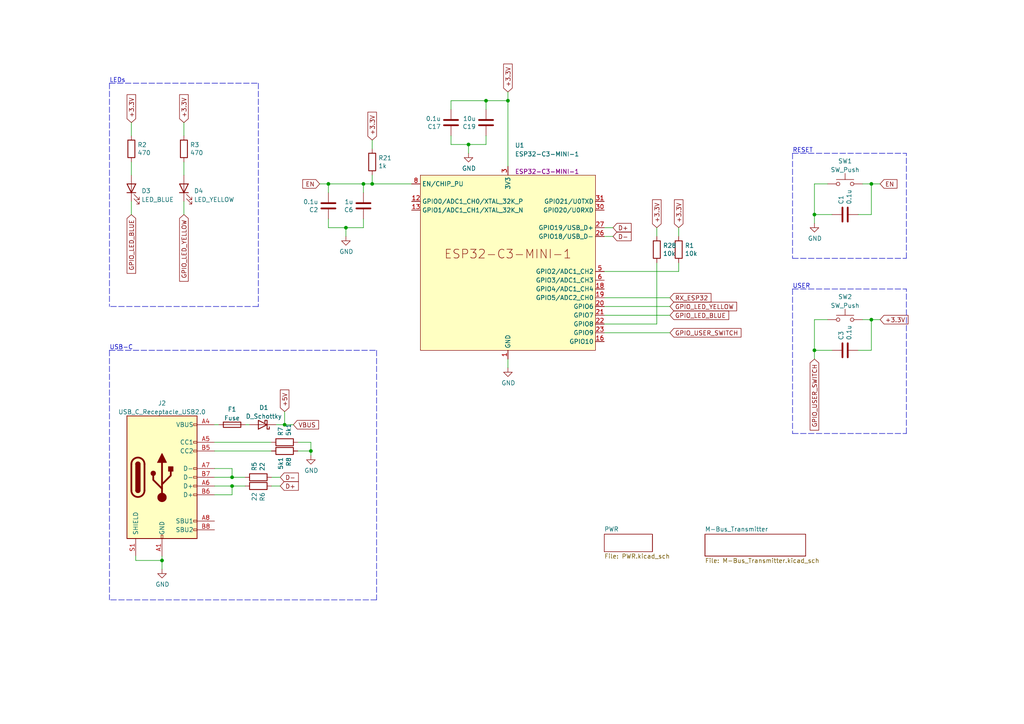
<source format=kicad_sch>
(kicad_sch (version 20211123) (generator eeschema)
  (paper "A4")
  (lib_symbols
    (symbol "Connector:USB_C_Receptacle_USB2.0" (pin_names (offset 1.016))
      (property "Reference" "J" (at -10.16 19.05 0))
      (property "Value" "USB_C_Receptacle_USB2.0" (at 19.05 19.05 0))
      (symbol "USB_C_Receptacle_USB2.0_0_0"
        (rectangle (start -0.254 -17.78) (end 0.254 -16.764))
        (rectangle (start 10.16 -14.986) (end 9.144 -15.494))
        (rectangle (start 10.16 -12.446) (end 9.144 -12.954))
        (rectangle (start 10.16 -4.826) (end 9.144 -5.334))
        (rectangle (start 10.16 -2.286) (end 9.144 -2.794))
        (rectangle (start 10.16 0.254) (end 9.144 -0.254))
        (rectangle (start 10.16 2.794) (end 9.144 2.286))
        (rectangle (start 10.16 7.874) (end 9.144 7.366))
        (rectangle (start 10.16 10.414) (end 9.144 9.906))
        (rectangle (start 10.16 15.494) (end 9.144 14.986))
      )
      (symbol "USB_C_Receptacle_USB2.0_0_1"
        (rectangle (start -10.16 17.78) (end 10.16 -17.78) (stroke (width 0.254)) (fill (type background)))
        (arc (start -8.89 -3.81) (mid -6.985 -5.715) (end -5.08 -3.81) (stroke (width 0.508)))
        (arc (start -7.62 -3.81) (mid -6.985 -4.445) (end -6.35 -3.81) (stroke (width 0.254)))
        (arc (start -7.62 -3.81) (mid -6.985 -4.445) (end -6.35 -3.81) (stroke (width 0.254)) (fill (type outline)))
        (rectangle (start -7.62 -3.81) (end -6.35 3.81) (stroke (width 0.254)) (fill (type outline)))
        (arc (start -6.35 3.81) (mid -6.985 4.445) (end -7.62 3.81) (stroke (width 0.254)))
        (arc (start -6.35 3.81) (mid -6.985 4.445) (end -7.62 3.81) (stroke (width 0.254)) (fill (type outline)))
        (arc (start -5.08 3.81) (mid -6.985 5.715) (end -8.89 3.81) (stroke (width 0.508)))
        (circle (center -2.54 1.143) (radius 0.635) (stroke (width 0.254)) (fill (type outline)))
        (circle (center 0 -5.842) (radius 1.27) (fill (type outline)))
        (polyline (pts (xy -8.89 -3.81) (xy -8.89 3.81)) (stroke (width 0.508)))
        (polyline (pts (xy -5.08 3.81) (xy -5.08 -3.81)) (stroke (width 0.508)))
        (polyline (pts (xy 0 -5.842) (xy 0 4.318)) (stroke (width 0.508)))
        (polyline (pts (xy 0 -3.302) (xy -2.54 -0.762) (xy -2.54 0.508)) (stroke (width 0.508)))
        (polyline (pts (xy 0 -2.032) (xy 2.54 0.508) (xy 2.54 1.778)) (stroke (width 0.508)))
        (polyline (pts (xy -1.27 4.318) (xy 0 6.858) (xy 1.27 4.318) (xy -1.27 4.318)) (stroke (width 0.254)) (fill (type outline)))
        (rectangle (start 1.905 1.778) (end 3.175 3.048) (stroke (width 0.254)) (fill (type outline)))
      )
      (symbol "USB_C_Receptacle_USB2.0_1_1"
        (pin passive line (at 0 -22.86 90) (length 5.08) (name "GND") (number "A1"))
        (pin passive line (at 0 -22.86 90) (length 5.08) hide (name "GND") (number "A12"))
        (pin passive line (at 15.24 15.24 180) (length 5.08) (name "VBUS") (number "A4"))
        (pin bidirectional line (at 15.24 10.16 180) (length 5.08) (name "CC1") (number "A5"))
        (pin bidirectional line (at 15.24 -2.54 180) (length 5.08) (name "D+") (number "A6"))
        (pin bidirectional line (at 15.24 2.54 180) (length 5.08) (name "D-") (number "A7"))
        (pin bidirectional line (at 15.24 -12.7 180) (length 5.08) (name "SBU1") (number "A8"))
        (pin passive line (at 15.24 15.24 180) (length 5.08) hide (name "VBUS") (number "A9"))
        (pin passive line (at 0 -22.86 90) (length 5.08) hide (name "GND") (number "B1"))
        (pin passive line (at 0 -22.86 90) (length 5.08) hide (name "GND") (number "B12"))
        (pin passive line (at 15.24 15.24 180) (length 5.08) hide (name "VBUS") (number "B4"))
        (pin bidirectional line (at 15.24 7.62 180) (length 5.08) (name "CC2") (number "B5"))
        (pin bidirectional line (at 15.24 -5.08 180) (length 5.08) (name "D+") (number "B6"))
        (pin bidirectional line (at 15.24 0 180) (length 5.08) (name "D-") (number "B7"))
        (pin bidirectional line (at 15.24 -15.24 180) (length 5.08) (name "SBU2") (number "B8"))
        (pin passive line (at 15.24 15.24 180) (length 5.08) hide (name "VBUS") (number "B9"))
        (pin passive line (at -7.62 -22.86 90) (length 5.08) (name "SHIELD") (number "S1"))
      )
    )
    (symbol "Device:C" (pin_numbers hide) (pin_names (offset 0.254))
      (property "Reference" "C" (at 0.635 2.54 0))
      (property "Value" "C" (at 0.635 -2.54 0))
      (symbol "C_0_1"
        (polyline (pts (xy -2.032 -0.762) (xy 2.032 -0.762)) (stroke (width 0.508)))
        (polyline (pts (xy -2.032 0.762) (xy 2.032 0.762)) (stroke (width 0.508)))
      )
      (symbol "C_1_1"
        (pin passive line (at 0 3.81 270) (length 2.794) (name "~") (number "1"))
        (pin passive line (at 0 -3.81 90) (length 2.794) (name "~") (number "2"))
      )
    )
    (symbol "Device:D_Schottky" (pin_numbers hide) (pin_names (offset 1.016) hide)
      (property "Reference" "D" (at 0 2.54 0))
      (property "Value" "D_Schottky" (at 0 -2.54 0))
      (symbol "D_Schottky_0_1"
        (polyline (pts (xy 1.27 0) (xy -1.27 0)))
        (polyline (pts (xy 1.27 1.27) (xy 1.27 -1.27) (xy -1.27 0) (xy 1.27 1.27)) (stroke (width 0.254)))
        (polyline (pts (xy -1.905 0.635) (xy -1.905 1.27) (xy -1.27 1.27) (xy -1.27 -1.27) (xy -0.635 -1.27) (xy -0.635 -0.635)) (stroke (width 0.254)))
      )
      (symbol "D_Schottky_1_1"
        (pin passive line (at -3.81 0 0) (length 2.54) (name "K") (number "1"))
        (pin passive line (at 3.81 0 180) (length 2.54) (name "A") (number "2"))
      )
    )
    (symbol "Device:Fuse" (pin_numbers hide) (pin_names (offset 0))
      (property "Reference" "F" (at 2.032 0 90))
      (property "Value" "Fuse" (at -1.905 0 90))
      (symbol "Fuse_0_1"
        (rectangle (start -0.762 -2.54) (end 0.762 2.54) (stroke (width 0.254)))
        (polyline (pts (xy 0 2.54) (xy 0 -2.54)))
      )
      (symbol "Fuse_1_1"
        (pin passive line (at 0 3.81 270) (length 1.27) (name "~") (number "1"))
        (pin passive line (at 0 -3.81 90) (length 1.27) (name "~") (number "2"))
      )
    )
    (symbol "Device:LED" (pin_numbers hide) (pin_names (offset 1.016) hide)
      (property "Reference" "D" (at 0 2.54 0))
      (property "Value" "LED" (at 0 -2.54 0))
      (symbol "LED_0_1"
        (polyline (pts (xy -1.27 -1.27) (xy -1.27 1.27)) (stroke (width 0.254)))
        (polyline (pts (xy -1.27 0) (xy 1.27 0)))
        (polyline (pts (xy 1.27 -1.27) (xy 1.27 1.27) (xy -1.27 0) (xy 1.27 -1.27)) (stroke (width 0.254)))
        (polyline (pts (xy -3.048 -0.762) (xy -4.572 -2.286) (xy -3.81 -2.286) (xy -4.572 -2.286) (xy -4.572 -1.524)))
        (polyline (pts (xy -1.778 -0.762) (xy -3.302 -2.286) (xy -2.54 -2.286) (xy -3.302 -2.286) (xy -3.302 -1.524)))
      )
      (symbol "LED_1_1"
        (pin passive line (at -3.81 0 0) (length 2.54) (name "K") (number "1"))
        (pin passive line (at 3.81 0 180) (length 2.54) (name "A") (number "2"))
      )
    )
    (symbol "Device:R" (pin_numbers hide) (pin_names (offset 0))
      (property "Reference" "R" (at 2.032 0 90))
      (property "Value" "R" (at 0 0 90))
      (symbol "R_0_1"
        (rectangle (start -1.016 -2.54) (end 1.016 2.54) (stroke (width 0.254)))
      )
      (symbol "R_1_1"
        (pin passive line (at 0 3.81 270) (length 1.27) (name "~") (number "1"))
        (pin passive line (at 0 -3.81 90) (length 1.27) (name "~") (number "2"))
      )
    )
    (symbol "Espressif:ESP32-C3-MINI-1"
      (property "Value" "ESP32-C3-MINI-1" (at 0 0 0))
      (property "Reference_1" "U" (at -25.4 30.48 0))
      (property "Value_1" "ESP32-C3-MINI-1" (at -25.4 27.94 0))
      (symbol "ESP32-C3-MINI-1_0_0"
        (text "ESP32-C3-MINI-1" (at 0 2.54 0) (effects (font (size 2.54 2.54))))
      )
      (symbol "ESP32-C3-MINI-1_0_1"
        (rectangle (start -25.4 25.4) (end 25.4 -25.4) (fill (type background)))
      )
      (symbol "ESP32-C3-MINI-1_1_1"
        (pin power_in line (at 0 -27.94 90) (length 2.54) (name "GND") (number "1"))
        (pin no_connect line (at -25.4 2.54 0) (length 2.54) hide (name "NC") (number "10"))
        (pin passive line (at 0 -27.94 90) (length 2.54) hide (name "GND") (number "11"))
        (pin bidirectional line (at -27.94 17.78 0) (length 2.54) (name "GPIO0/ADC1_CH0/XTAL_32K_P") (number "12"))
        (pin bidirectional line (at -27.94 15.24 0) (length 2.54) (name "GPIO1/ADC1_CH1/XTAL_32K_N") (number "13"))
        (pin passive line (at 0 -27.94 90) (length 2.54) hide (name "GND") (number "14"))
        (pin no_connect line (at -25.4 0 0) (length 2.54) hide (name "NC") (number "15"))
        (pin bidirectional line (at 27.94 -22.86 180) (length 2.54) (name "GPIO10") (number "16"))
        (pin no_connect line (at -25.4 -2.54 0) (length 2.54) hide (name "NC") (number "17"))
        (pin bidirectional line (at 27.94 -7.62 180) (length 2.54) (name "GPIO4/ADC1_CH4") (number "18"))
        (pin bidirectional line (at 27.94 -10.16 180) (length 2.54) (name "GPIO5/ADC2_CH0") (number "19"))
        (pin passive line (at 0 -27.94 90) (length 2.54) hide (name "GND") (number "2"))
        (pin bidirectional line (at 27.94 -12.7 180) (length 2.54) (name "GPIO6") (number "20"))
        (pin bidirectional line (at 27.94 -15.24 180) (length 2.54) (name "GPIO7") (number "21"))
        (pin bidirectional line (at 27.94 -17.78 180) (length 2.54) (name "GPIO8") (number "22"))
        (pin bidirectional line (at 27.94 -20.32 180) (length 2.54) (name "GPIO9") (number "23"))
        (pin no_connect line (at -25.4 -5.08 0) (length 2.54) hide (name "NC") (number "24"))
        (pin no_connect line (at -25.4 -7.62 0) (length 2.54) hide (name "NC") (number "25"))
        (pin bidirectional line (at 27.94 7.62 180) (length 2.54) (name "GPIO18/USB_D-") (number "26"))
        (pin bidirectional line (at 27.94 10.16 180) (length 2.54) (name "GPIO19/USB_D+") (number "27"))
        (pin no_connect line (at -25.4 -10.16 0) (length 2.54) hide (name "NC") (number "28"))
        (pin no_connect line (at -25.4 -12.7 0) (length 2.54) hide (name "NC") (number "29"))
        (pin power_in line (at 0 27.94 270) (length 2.54) (name "3V3") (number "3"))
        (pin bidirectional line (at 27.94 15.24 180) (length 2.54) (name "GPIO20/U0RXD") (number "30"))
        (pin bidirectional line (at 27.94 17.78 180) (length 2.54) (name "GPIO21/U0TXD") (number "31"))
        (pin no_connect line (at -25.4 -15.24 0) (length 2.54) hide (name "NC") (number "32"))
        (pin no_connect line (at -25.4 -17.78 0) (length 2.54) hide (name "NC") (number "33"))
        (pin no_connect line (at -25.4 -20.32 0) (length 2.54) hide (name "NC") (number "34"))
        (pin no_connect line (at -25.4 -22.86 0) (length 2.54) hide (name "NC") (number "35"))
        (pin passive line (at 0 -27.94 90) (length 2.54) hide (name "GND") (number "36"))
        (pin passive line (at 0 -27.94 90) (length 2.54) hide (name "GND") (number "37"))
        (pin passive line (at 0 -27.94 90) (length 2.54) hide (name "GND") (number "38"))
        (pin passive line (at 0 -27.94 90) (length 2.54) hide (name "GND") (number "39"))
        (pin no_connect line (at -25.4 10.16 0) (length 2.54) hide (name "NC") (number "4"))
        (pin passive line (at 0 -27.94 90) (length 2.54) hide (name "GND") (number "40"))
        (pin passive line (at 0 -27.94 90) (length 2.54) hide (name "GND") (number "41"))
        (pin passive line (at 0 -27.94 90) (length 2.54) hide (name "GND") (number "42"))
        (pin passive line (at 0 -27.94 90) (length 2.54) hide (name "GND") (number "43"))
        (pin passive line (at 0 -27.94 90) (length 2.54) hide (name "GND") (number "44"))
        (pin passive line (at 0 -27.94 90) (length 2.54) hide (name "GND") (number "45"))
        (pin passive line (at 0 -27.94 90) (length 2.54) hide (name "GND") (number "46"))
        (pin passive line (at 0 -27.94 90) (length 2.54) hide (name "GND") (number "47"))
        (pin passive line (at 0 -27.94 90) (length 2.54) hide (name "GND") (number "48"))
        (pin passive line (at 0 -27.94 90) (length 2.54) hide (name "GND") (number "49"))
        (pin bidirectional line (at 27.94 -2.54 180) (length 2.54) (name "GPIO2/ADC1_CH2") (number "5"))
        (pin passive line (at 0 -27.94 90) (length 2.54) hide (name "GND") (number "50"))
        (pin passive line (at 0 -27.94 90) (length 2.54) hide (name "GND") (number "51"))
        (pin passive line (at 0 -27.94 90) (length 2.54) hide (name "GND") (number "52"))
        (pin passive line (at 0 -27.94 90) (length 2.54) hide (name "GND") (number "53"))
        (pin bidirectional line (at 27.94 -5.08 180) (length 2.54) (name "GPIO3/ADC1_CH3") (number "6"))
        (pin no_connect line (at -25.4 7.62 0) (length 2.54) hide (name "NC") (number "7"))
        (pin input line (at -27.94 22.86 0) (length 2.54) (name "EN/CHIP_PU") (number "8"))
        (pin no_connect line (at -25.4 5.08 0) (length 2.54) hide (name "NC") (number "9"))
      )
    )
    (symbol "Switch:SW_Push" (pin_numbers hide) (pin_names (offset 1.016) hide)
      (property "Reference" "SW" (at 1.27 2.54 0))
      (property "Value" "SW_Push" (at 0 -1.524 0))
      (symbol "SW_Push_0_1"
        (circle (center -2.032 0) (radius 0.508))
        (polyline (pts (xy 0 1.27) (xy 0 3.048)))
        (polyline (pts (xy 2.54 1.27) (xy -2.54 1.27)))
        (circle (center 2.032 0) (radius 0.508))
        (pin passive line (at -5.08 0 0) (length 2.54) (name "1") (number "1"))
        (pin passive line (at 5.08 0 180) (length 2.54) (name "2") (number "2"))
      )
    )
    (symbol "power:GND" (power) (pin_names (offset 0))
      (property "Value" "GND" (at 0 -3.81 0))
      (symbol "GND_0_1"
        (polyline (pts (xy 0 0) (xy 0 -1.27) (xy 1.27 -1.27) (xy 0 -2.54) (xy -1.27 -1.27) (xy 0 -1.27)))
      )
      (symbol "GND_1_1"
        (pin power_in line (at 0 0 270) (length 0) hide (name "GND") (number "1"))
      )
    )
  )
  (junction (at 147.32 29.21))
  (junction (at 67.31 138.43))
  (junction (at 90.17 130.81))
  (junction (at 82.55 123.19))
  (junction (at 236.22 101.6))
  (junction (at 95.25 53.34))
  (junction (at 46.99 162.56))
  (junction (at 107.95 53.34))
  (junction (at 100.33 66.04))
  (junction (at 252.73 53.34))
  (junction (at 140.97 29.21))
  (junction (at 252.73 92.71))
  (junction (at 67.31 140.97))
  (junction (at 105.41 53.34))
  (junction (at 135.89 41.91))
  (junction (at 236.22 62.23))
  (wire (pts (xy 71.12 123.19) (xy 72.39 123.19)))
  (wire (pts (xy 95.25 53.34) (xy 105.41 53.34)))
  (wire (pts (xy 90.17 130.81) (xy 90.17 128.27)))
  (wire (pts (xy 95.25 53.34) (xy 95.25 55.88)))
  (wire (pts (xy 147.32 26.67) (xy 147.32 29.21)))
  (wire (pts (xy 236.22 62.23) (xy 241.3 62.23)))
  (polyline (pts (xy 229.87 125.73) (xy 262.89 125.73)))
  (wire (pts (xy 196.85 76.2) (xy 196.85 78.74)))
  (polyline (pts (xy 31.75 24.13) (xy 74.93 24.13)))
  (wire (pts (xy 67.31 138.43) (xy 71.12 138.43)))
  (wire (pts (xy 90.17 128.27) (xy 86.36 128.27)))
  (wire (pts (xy 175.26 78.74) (xy 196.85 78.74)))
  (polyline (pts (xy 109.22 101.6) (xy 109.22 173.99)))
  (wire (pts (xy 62.23 140.97) (xy 67.31 140.97)))
  (wire (pts (xy 62.23 128.27) (xy 78.74 128.27)))
  (wire (pts (xy 95.25 63.5) (xy 95.25 66.04)))
  (wire (pts (xy 236.22 101.6) (xy 236.22 104.14)))
  (wire (pts (xy 80.01 123.19) (xy 82.55 123.19)))
  (wire (pts (xy 107.95 50.8) (xy 107.95 53.34)))
  (wire (pts (xy 190.5 76.2) (xy 190.5 93.98)))
  (wire (pts (xy 67.31 143.51) (xy 62.23 143.51)))
  (wire (pts (xy 92.71 53.34) (xy 95.25 53.34)))
  (wire (pts (xy 46.99 162.56) (xy 46.99 165.1)))
  (wire (pts (xy 38.1 46.99) (xy 38.1 50.8)))
  (polyline (pts (xy 262.89 125.73) (xy 262.89 83.82)))
  (wire (pts (xy 78.74 138.43) (xy 81.28 138.43)))
  (wire (pts (xy 236.22 101.6) (xy 241.3 101.6)))
  (wire (pts (xy 175.26 66.04) (xy 177.8 66.04)))
  (wire (pts (xy 46.99 162.56) (xy 39.37 162.56)))
  (wire (pts (xy 236.22 62.23) (xy 236.22 64.77)))
  (wire (pts (xy 67.31 135.89) (xy 62.23 135.89)))
  (wire (pts (xy 67.31 140.97) (xy 71.12 140.97)))
  (wire (pts (xy 130.81 41.91) (xy 135.89 41.91)))
  (wire (pts (xy 175.26 96.52) (xy 194.31 96.52)))
  (wire (pts (xy 78.74 140.97) (xy 81.28 140.97)))
  (wire (pts (xy 90.17 130.81) (xy 90.17 132.08)))
  (wire (pts (xy 100.33 66.04) (xy 100.33 68.58)))
  (wire (pts (xy 130.81 31.75) (xy 130.81 29.21)))
  (wire (pts (xy 236.22 53.34) (xy 236.22 62.23)))
  (polyline (pts (xy 31.75 101.6) (xy 31.75 173.99)))
  (wire (pts (xy 105.41 66.04) (xy 100.33 66.04)))
  (wire (pts (xy 67.31 138.43) (xy 67.31 135.89)))
  (polyline (pts (xy 229.87 83.82) (xy 229.87 125.73)))
  (wire (pts (xy 95.25 66.04) (xy 100.33 66.04)))
  (wire (pts (xy 252.73 101.6) (xy 252.73 92.71)))
  (wire (pts (xy 240.03 53.34) (xy 236.22 53.34)))
  (wire (pts (xy 130.81 29.21) (xy 140.97 29.21)))
  (wire (pts (xy 175.26 88.9) (xy 194.31 88.9)))
  (polyline (pts (xy 229.87 44.45) (xy 262.89 44.45)))
  (polyline (pts (xy 31.75 24.13) (xy 31.75 88.9)))
  (wire (pts (xy 147.32 104.14) (xy 147.32 106.68)))
  (wire (pts (xy 250.19 92.71) (xy 252.73 92.71)))
  (wire (pts (xy 175.26 91.44) (xy 194.31 91.44)))
  (wire (pts (xy 140.97 31.75) (xy 140.97 29.21)))
  (wire (pts (xy 190.5 66.04) (xy 190.5 68.58)))
  (wire (pts (xy 105.41 63.5) (xy 105.41 66.04)))
  (wire (pts (xy 248.92 101.6) (xy 252.73 101.6)))
  (wire (pts (xy 135.89 41.91) (xy 135.89 44.45)))
  (wire (pts (xy 147.32 29.21) (xy 147.32 48.26)))
  (wire (pts (xy 252.73 62.23) (xy 252.73 53.34)))
  (wire (pts (xy 62.23 130.81) (xy 78.74 130.81)))
  (wire (pts (xy 240.03 92.71) (xy 236.22 92.71)))
  (wire (pts (xy 53.34 35.56) (xy 53.34 39.37)))
  (polyline (pts (xy 229.87 74.93) (xy 262.89 74.93)))
  (wire (pts (xy 107.95 53.34) (xy 119.38 53.34)))
  (wire (pts (xy 140.97 29.21) (xy 147.32 29.21)))
  (wire (pts (xy 82.55 119.38) (xy 82.55 123.19)))
  (wire (pts (xy 252.73 53.34) (xy 255.27 53.34)))
  (wire (pts (xy 248.92 62.23) (xy 252.73 62.23)))
  (polyline (pts (xy 262.89 74.93) (xy 262.89 44.45)))
  (wire (pts (xy 190.5 93.98) (xy 175.26 93.98)))
  (wire (pts (xy 236.22 92.71) (xy 236.22 101.6)))
  (wire (pts (xy 82.55 123.19) (xy 85.09 123.19)))
  (wire (pts (xy 250.19 53.34) (xy 252.73 53.34)))
  (wire (pts (xy 140.97 39.37) (xy 140.97 41.91)))
  (polyline (pts (xy 229.87 44.45) (xy 229.87 74.93)))
  (wire (pts (xy 53.34 58.42) (xy 53.34 62.23)))
  (wire (pts (xy 130.81 39.37) (xy 130.81 41.91)))
  (wire (pts (xy 105.41 53.34) (xy 105.41 55.88)))
  (wire (pts (xy 67.31 140.97) (xy 67.31 143.51)))
  (polyline (pts (xy 74.93 24.13) (xy 74.93 88.9)))
  (wire (pts (xy 62.23 123.19) (xy 63.5 123.19)))
  (wire (pts (xy 196.85 66.04) (xy 196.85 68.58)))
  (wire (pts (xy 38.1 58.42) (xy 38.1 62.23)))
  (wire (pts (xy 140.97 41.91) (xy 135.89 41.91)))
  (polyline (pts (xy 74.93 88.9) (xy 31.75 88.9)))
  (wire (pts (xy 175.26 68.58) (xy 177.8 68.58)))
  (wire (pts (xy 175.26 86.36) (xy 194.31 86.36)))
  (wire (pts (xy 39.37 162.56) (xy 39.37 161.29)))
  (wire (pts (xy 252.73 92.71) (xy 255.27 92.71)))
  (wire (pts (xy 107.95 40.64) (xy 107.95 43.18)))
  (wire (pts (xy 46.99 161.29) (xy 46.99 162.56)))
  (polyline (pts (xy 109.22 173.99) (xy 31.75 173.99)))
  (wire (pts (xy 86.36 130.81) (xy 90.17 130.81)))
  (wire (pts (xy 62.23 138.43) (xy 67.31 138.43)))
  (wire (pts (xy 105.41 53.34) (xy 107.95 53.34)))
  (wire (pts (xy 53.34 46.99) (xy 53.34 50.8)))
  (polyline (pts (xy 229.87 83.82) (xy 262.89 83.82)))
  (polyline (pts (xy 31.75 101.6) (xy 109.22 101.6)))
  (wire (pts (xy 38.1 35.56) (xy 38.1 39.37)))
  (text "USB-C" (at 31.75 101.6 0) (effects (font (size 1.27 1.27)) (justify left bottom)))
  (text "LEDs" (at 31.75 24.13 0) (effects (font (size 1.27 1.27)) (justify left bottom)))
  (text "USER" (at 229.87 83.82 0) (effects (font (size 1.27 1.27)) (justify left bottom)))
  (text "RESET" (at 229.87 44.45 0) (effects (font (size 1.27 1.27)) (justify left bottom)))
  (global_label "+3.3V" (shape input) (at 190.5 66.04 90) (property "Intersheet References" "${INTERSHEET_REFS}" (effects hide)))
  (global_label "+5V" (shape input) (at 82.55 119.38 90) (property "Intersheet References" "${INTERSHEET_REFS}" (effects hide)))
  (global_label "GPIO_USER_SWITCH" (shape input) (at 194.31 96.52 0) (property "Intersheet References" "${INTERSHEET_REFS}" (effects hide)))
  (global_label "D+" (shape input) (at 81.28 140.97 0) (property "Intersheet References" "${INTERSHEET_REFS}" (effects hide)))
  (global_label "GPIO_LED_YELLOW" (shape input) (at 53.34 62.23 270) (property "Intersheet References" "${INTERSHEET_REFS}" (effects hide)))
  (global_label "GPIO_LED_BLUE" (shape input) (at 194.31 91.44 0) (property "Intersheet References" "${INTERSHEET_REFS}" (effects hide)))
  (global_label "+3.3V" (shape input) (at 196.85 66.04 90) (property "Intersheet References" "${INTERSHEET_REFS}" (effects hide)))
  (global_label "D-" (shape input) (at 81.28 138.43 0) (property "Intersheet References" "${INTERSHEET_REFS}" (effects hide)))
  (global_label "+3.3V" (shape input) (at 107.95 40.64 90) (property "Intersheet References" "${INTERSHEET_REFS}" (effects hide)))
  (global_label "+3.3V" (shape input) (at 53.34 35.56 90) (property "Intersheet References" "${INTERSHEET_REFS}" (effects hide)))
  (global_label "GPIO_USER_SWITCH" (shape input) (at 236.22 104.14 270) (property "Intersheet References" "${INTERSHEET_REFS}" (effects hide)))
  (global_label "RX_ESP32" (shape input) (at 194.31 86.36 0) (property "Intersheet References" "${INTERSHEET_REFS}" (effects hide)))
  (global_label "+3.3V" (shape input) (at 147.32 26.67 90) (property "Intersheet References" "${INTERSHEET_REFS}" (effects hide)))
  (global_label "GPIO_LED_YELLOW" (shape input) (at 194.31 88.9 0) (property "Intersheet References" "${INTERSHEET_REFS}" (effects hide)))
  (global_label "VBUS" (shape input) (at 85.09 123.19 0) (property "Intersheet References" "${INTERSHEET_REFS}" (effects hide)))
  (global_label "EN" (shape input) (at 92.71 53.34 180) (property "Intersheet References" "${INTERSHEET_REFS}" (effects hide)))
  (global_label "D-" (shape input) (at 177.8 68.58 0) (property "Intersheet References" "${INTERSHEET_REFS}" (effects hide)))
  (global_label "EN" (shape input) (at 255.27 53.34 0) (property "Intersheet References" "${INTERSHEET_REFS}" (effects hide)))
  (global_label "+3.3V" (shape input) (at 255.27 92.71 0) (property "Intersheet References" "${INTERSHEET_REFS}" (effects hide)))
  (global_label "GPIO_LED_BLUE" (shape input) (at 38.1 62.23 270) (property "Intersheet References" "${INTERSHEET_REFS}" (effects hide)))
  (global_label "+3.3V" (shape input) (at 38.1 35.56 90) (property "Intersheet References" "${INTERSHEET_REFS}" (effects hide)))
  (global_label "D+" (shape input) (at 177.8 66.04 0) (property "Intersheet References" "${INTERSHEET_REFS}" (effects hide)))
  (symbol (lib_id "power:GND") (at 147.32 106.68 0) (unit 1)
    (property "Reference" "#PWR0102" (effects hide))
    (property "Value" "GND" (at 147.447 111.0742 0))
  )
  (symbol (lib_id "power:GND") (at 236.22 64.77 0) (unit 1)
    (property "Reference" "#PWR0104" (effects hide))
    (property "Value" "GND" (at 236.347 69.1642 0))
  )
  (symbol (lib_id "Device:D_Schottky") (at 76.2 123.19 180) (unit 1)
    (property "Reference" "D1" (at 76.5175 118.2202 0))
    (property "Value" "D_Schottky" (at 76.5175 120.7571 0))
    (property "Footprint" "Diode_SMD:D_TUMD2" (effects hide))
  )
  (symbol (lib_id "Device:C") (at 245.11 101.6 90) (unit 1)
    (property "Reference" "C3" (at 243.9416 98.679 0) (effects (justify left)))
    (property "Value" "0.1u" (at 246.253 98.679 0) (effects (justify left)))
    (property "Footprint" "Capacitor_SMD:C_0805_2012Metric" (effects hide))
  )
  (symbol (lib_id "Device:R") (at 38.1 43.18 0) (unit 1)
    (property "Reference" "R2" (at 39.878 42.0116 0) (effects (justify left)))
    (property "Value" "470" (at 39.878 44.323 0) (effects (justify left)))
    (property "Footprint" "Resistor_SMD:R_0805_2012Metric" (effects hide))
  )
  (symbol (lib_id "Device:Fuse") (at 67.31 123.19 90) (unit 1)
    (property "Reference" "F1" (at 67.31 118.7282 90))
    (property "Value" "Fuse" (at 67.31 121.2651 90))
    (property "Footprint" "Fuse:Fuse_1812_4532Metric" (effects hide))
  )
  (symbol (lib_id "Connector:USB_C_Receptacle_USB2.0") (at 46.99 138.43 0) (unit 1)
    (property "Reference" "J2" (at 46.99 116.9502 0))
    (property "Value" "USB_C_Receptacle_USB2.0" (at 46.99 119.4871 0))
    (property "Footprint" "Connector_USB:USB_C_Receptacle_HRO_TYPE-C-31-M-12" (effects hide))
    (property "Datasheet" "https://www.usb.org/sites/default/files/documents/usb_type-c.zip" (effects hide))
  )
  (symbol (lib_id "Espressif:ESP32-C3-MINI-1") (at 147.32 76.2 0) (unit 1)
    (property "Reference" "U1" (at 149.3394 42.1534 0) (effects (justify left)))
    (property "Value" "ESP32-C3-MINI-1" (at 149.3394 44.6903 0) (effects (justify left)))
    (property "Footprint" "Espressif:ESP32-C3-MINI-1" (effects hide))
    (property "Value_1" "ESP32-C3-MINI-1" (at 149.3394 49.7641 0) (effects (justify left)))
    (property "Footprint_1" "Espressif:ESP32-C3-MINI-1" (effects hide))
    (property "Datasheet_1" "https://www.espressif.com/sites/default/files/documentation/esp32-c3-mini-1_datasheet_en.pdf" (effects hide))
  )
  (symbol (lib_id "Device:C") (at 140.97 35.56 180) (unit 1)
    (property "Reference" "C19" (at 138.049 36.7284 0) (effects (justify left)))
    (property "Value" "10u" (at 138.049 34.417 0) (effects (justify left)))
    (property "Footprint" "Capacitor_SMD:C_0805_2012Metric" (effects hide))
  )
  (symbol (lib_id "Device:C") (at 130.81 35.56 180) (unit 1)
    (property "Reference" "C17" (at 127.889 36.7284 0) (effects (justify left)))
    (property "Value" "0.1u" (at 127.889 34.417 0) (effects (justify left)))
    (property "Footprint" "Capacitor_SMD:C_0805_2012Metric" (effects hide))
  )
  (symbol (lib_id "Device:LED") (at 38.1 54.61 90) (unit 1)
    (property "Reference" "D3" (at 41.021 55.3628 90) (effects (justify right)))
    (property "Value" "LED_BLUE" (at 41.021 57.8997 90) (effects (justify right)))
    (property "Footprint" "LED_SMD:LED_1206_3216Metric" (effects hide))
  )
  (symbol (lib_id "Device:R") (at 82.55 128.27 90) (unit 1)
    (property "Reference" "R7" (at 81.3816 126.492 0) (effects (justify left)))
    (property "Value" "5k1" (at 83.693 126.492 0) (effects (justify left)))
    (property "Footprint" "Resistor_SMD:R_0805_2012Metric" (effects hide))
  )
  (symbol (lib_id "Device:R") (at 53.34 43.18 0) (unit 1)
    (property "Reference" "R3" (at 55.118 42.0116 0) (effects (justify left)))
    (property "Value" "470" (at 55.118 44.323 0) (effects (justify left)))
    (property "Footprint" "Resistor_SMD:R_0805_2012Metric" (effects hide))
  )
  (symbol (lib_id "Device:LED") (at 53.34 54.61 90) (unit 1)
    (property "Reference" "D4" (at 56.261 55.3628 90) (effects (justify right)))
    (property "Value" "LED_YELLOW" (at 56.261 57.8997 90) (effects (justify right)))
    (property "Footprint" "LED_SMD:LED_1206_3216Metric" (effects hide))
  )
  (symbol (lib_id "Device:R") (at 74.93 140.97 270) (unit 1)
    (property "Reference" "R6" (at 76.0984 142.748 0) (effects (justify left)))
    (property "Value" "22" (at 73.787 142.748 0) (effects (justify left)))
    (property "Footprint" "Resistor_SMD:R_0805_2012Metric" (effects hide))
  )
  (symbol (lib_id "Device:R") (at 196.85 72.39 0) (unit 1)
    (property "Reference" "R1" (at 198.628 71.2216 0) (effects (justify left)))
    (property "Value" "10k" (at 198.628 73.533 0) (effects (justify left)))
    (property "Footprint" "Resistor_SMD:R_0805_2012Metric" (effects hide))
  )
  (symbol (lib_id "Device:R") (at 82.55 130.81 270) (unit 1)
    (property "Reference" "R8" (at 83.7184 132.588 0) (effects (justify left)))
    (property "Value" "5k1" (at 81.407 132.588 0) (effects (justify left)))
    (property "Footprint" "Resistor_SMD:R_0805_2012Metric" (effects hide))
  )
  (symbol (lib_id "power:GND") (at 46.99 165.1 0) (unit 1)
    (property "Reference" "#PWR011" (effects hide))
    (property "Value" "GND" (at 47.117 169.4942 0))
  )
  (symbol (lib_id "Switch:SW_Push") (at 245.11 53.34 0) (unit 1)
    (property "Reference" "SW1" (at 245.11 46.7192 0))
    (property "Value" "SW_Push" (at 245.11 49.2561 0))
    (property "Footprint" "Button_Switch_SMD:SW_Push_1P1T_NO_6x6mm_H9.5mm" (effects hide))
  )
  (symbol (lib_id "Switch:SW_Push") (at 245.11 92.71 0) (unit 1)
    (property "Reference" "SW2" (at 245.11 86.0892 0))
    (property "Value" "SW_Push" (at 245.11 88.6261 0))
    (property "Footprint" "Button_Switch_SMD:SW_Push_1P1T_NO_6x6mm_H9.5mm" (effects hide))
  )
  (symbol (lib_id "Device:C") (at 95.25 59.69 180) (unit 1)
    (property "Reference" "C2" (at 92.329 60.8584 0) (effects (justify left)))
    (property "Value" "0.1u" (at 92.329 58.547 0) (effects (justify left)))
    (property "Footprint" "Capacitor_SMD:C_0805_2012Metric" (effects hide))
  )
  (symbol (lib_id "power:GND") (at 100.33 68.58 0) (unit 1)
    (property "Reference" "#PWR013" (effects hide))
    (property "Value" "GND" (at 100.457 72.9742 0))
  )
  (symbol (lib_id "Device:R") (at 74.93 138.43 90) (unit 1)
    (property "Reference" "R5" (at 73.7616 136.652 0) (effects (justify left)))
    (property "Value" "22" (at 76.073 136.652 0) (effects (justify left)))
    (property "Footprint" "Resistor_SMD:R_0805_2012Metric" (effects hide))
  )
  (symbol (lib_id "Device:R") (at 107.95 46.99 0) (unit 1)
    (property "Reference" "R21" (at 109.728 45.8216 0) (effects (justify left)))
    (property "Value" "1k" (at 109.728 48.133 0) (effects (justify left)))
    (property "Footprint" "Resistor_SMD:R_0805_2012Metric" (effects hide))
  )
  (symbol (lib_id "Device:R") (at 190.5 72.39 0) (unit 1)
    (property "Reference" "R28" (at 192.278 71.2216 0) (effects (justify left)))
    (property "Value" "10k" (at 192.278 73.533 0) (effects (justify left)))
    (property "Footprint" "Resistor_SMD:R_0805_2012Metric" (effects hide))
  )
  (symbol (lib_id "Device:C") (at 245.11 62.23 90) (unit 1)
    (property "Reference" "C1" (at 243.9416 59.309 0) (effects (justify left)))
    (property "Value" "0.1u" (at 246.253 59.309 0) (effects (justify left)))
    (property "Footprint" "Capacitor_SMD:C_0805_2012Metric" (effects hide))
  )
  (symbol (lib_id "power:GND") (at 90.17 132.08 0) (unit 1)
    (property "Reference" "#PWR012" (effects hide))
    (property "Value" "GND" (at 90.297 136.4742 0))
  )
  (symbol (lib_id "Device:C") (at 105.41 59.69 180) (unit 1)
    (property "Reference" "C6" (at 102.489 60.8584 0) (effects (justify left)))
    (property "Value" "1u" (at 102.489 58.547 0) (effects (justify left)))
    (property "Footprint" "Capacitor_SMD:C_0805_2012Metric" (effects hide))
  )
  (symbol (lib_id "power:GND") (at 135.89 44.45 0) (unit 1)
    (property "Reference" "#PWR039" (effects hide))
    (property "Value" "GND" (at 136.017 48.8442 0))
  )
  (sheet (at 175.26 154.94) (size 13.97 5.08) (stroke (width 0.1524))
    (property "Sheet name" "PWR" (at 175.26 154.2284 0) (effects (justify left bottom)))
    (property "Sheet file" "PWR.kicad_sch" (at 175.26 160.6046 0) (effects (justify left top)))
  )
  (sheet (at 204.47 154.94) (size 29.21 6.35) (stroke (width 0.1524))
    (property "Sheet name" "M-Bus_Transmitter" (at 204.47 154.2284 0) (effects (justify left bottom)))
    (property "Sheet file" "M-Bus_Transmitter.kicad_sch" (at 204.47 161.8746 0) (effects (justify left top)))
  )
)
</source>
